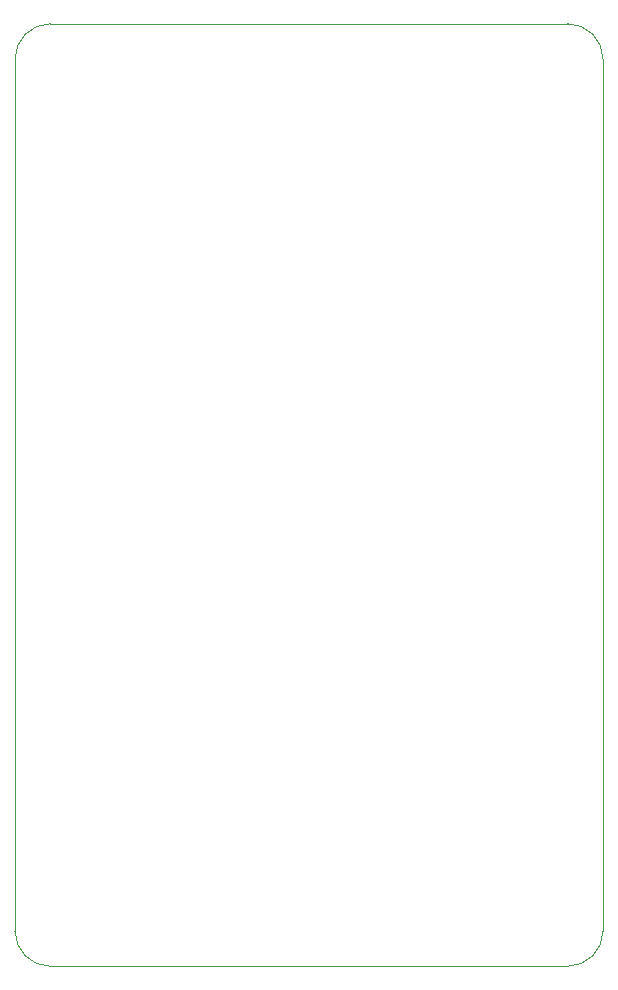
<source format=gbr>
G04 Layer_Color=0*
%FSLAX45Y45*%
%MOMM*%
%TF.FileFunction,Profile,NP*%
%TF.Part,Single*%
G01*
G75*
%TA.AperFunction,Profile*%
%ADD100C,0.02540*%
D100*
X10000Y310000D02*
Y7690000D01*
D02*
G02*
X310000Y7990000I300000J0D01*
G01*
X4690000D01*
D02*
G02*
X4990000Y7690000I0J-300000D01*
G01*
Y310000D01*
D02*
G02*
X4690000Y10000I-300000J0D01*
G01*
X310000D01*
D02*
G02*
X10000Y310000I0J300000D01*
G01*
%TF.MD5,2b5302c693cbb9274224ff864ad7c35f*%
M02*

</source>
